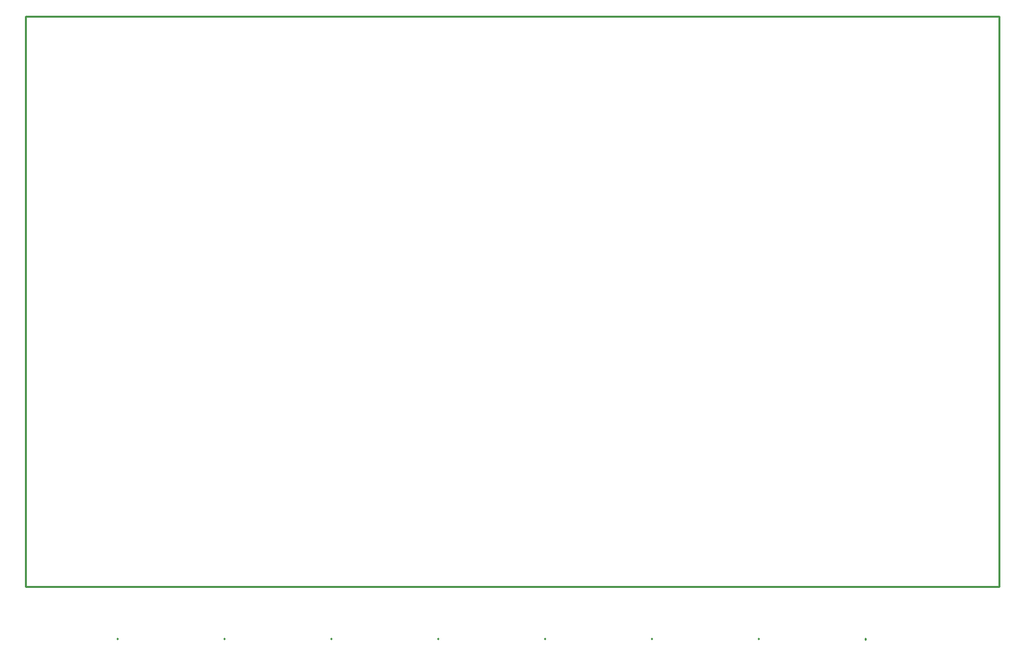
<source format=gko>
%FSLAX24Y24*%
%MOIN*%
G70*
G01*
G75*
G04 Layer_Color=16711935*
%ADD10R,0.0433X0.0394*%
%ADD11R,0.0591X0.1102*%
%ADD12R,0.0394X0.0433*%
%ADD13R,0.0709X0.0256*%
%ADD14R,0.0256X0.0709*%
%ADD15R,0.0256X0.1024*%
%ADD16R,0.1024X0.0256*%
%ADD17R,0.0276X0.0354*%
%ADD18C,0.0394*%
%ADD19R,0.0709X0.0630*%
%ADD20R,0.0354X0.0276*%
%ADD21O,0.0571X0.0098*%
%ADD22R,0.0236X0.0748*%
%ADD23R,0.1220X0.0748*%
%ADD24R,0.0276X0.0394*%
%ADD25R,0.0256X0.0157*%
%ADD26R,0.0591X0.0512*%
%ADD27R,0.0394X0.0276*%
%ADD28R,0.0276X0.0709*%
%ADD29O,0.0748X0.0236*%
%ADD30R,0.0276X0.0177*%
%ADD31R,0.0650X0.0965*%
%ADD32R,0.0177X0.0207*%
%ADD33O,0.0335X0.0118*%
%ADD34O,0.0118X0.0335*%
%ADD35R,0.0984X0.0984*%
%ADD36O,0.0098X0.0256*%
%ADD37O,0.0256X0.0098*%
%ADD38R,0.0276X0.0118*%
%ADD39R,0.0681X0.0728*%
%ADD40O,0.0402X0.0161*%
%ADD41R,0.1102X0.1102*%
%ADD42R,0.0118X0.0118*%
%ADD43R,0.0118X0.0118*%
%ADD44R,0.0866X0.1102*%
%ADD45R,0.1102X0.1102*%
%ADD46R,0.0433X0.0472*%
%ADD47C,0.0080*%
%ADD48C,0.0120*%
%ADD49C,0.0200*%
%ADD50C,0.0250*%
%ADD51C,0.0350*%
%ADD52C,0.0060*%
%ADD53C,0.0500*%
%ADD54C,0.0100*%
%ADD55C,0.0300*%
%ADD56C,0.0705*%
%ADD57C,0.0500*%
%ADD58C,0.1969*%
%ADD59C,0.1299*%
%ADD60C,0.1496*%
%ADD61R,0.0630X0.0630*%
%ADD62C,0.0630*%
%ADD63C,0.0945*%
%ADD64C,0.0200*%
%ADD65C,0.0240*%
%ADD66C,0.0400*%
%ADD67C,0.0260*%
%ADD68C,0.0160*%
%ADD69C,0.0400*%
%ADD70C,0.0750*%
%ADD71C,0.1680*%
%ADD72C,0.0770*%
%ADD73C,0.1581*%
%ADD74C,0.1109*%
%ADD75C,0.1306*%
%ADD76C,0.0762*%
%ADD77C,0.0951*%
%ADD78C,0.1069*%
%ADD79C,0.0520*%
%ADD80C,0.0600*%
%ADD81C,0.0680*%
%ADD82C,0.1778*%
%ADD83C,0.0530*%
%ADD84R,0.2205X0.0827*%
%ADD85R,0.0118X0.0276*%
%ADD86O,0.0138X0.0551*%
%ADD87C,0.0157*%
%ADD88C,0.0098*%
%ADD89C,0.0039*%
%ADD90C,0.0079*%
%ADD91C,0.0020*%
%ADD92C,0.0063*%
%ADD93C,0.0032*%
%ADD94C,0.0059*%
%ADD95R,0.0513X0.0474*%
%ADD96R,0.0671X0.1182*%
%ADD97R,0.0474X0.0513*%
%ADD98R,0.0789X0.0336*%
%ADD99R,0.0336X0.0789*%
%ADD100R,0.0336X0.1104*%
%ADD101R,0.1104X0.0336*%
%ADD102R,0.0356X0.0434*%
%ADD103C,0.0474*%
%ADD104R,0.0789X0.0710*%
%ADD105R,0.0434X0.0356*%
%ADD106O,0.0651X0.0178*%
%ADD107R,0.0316X0.0828*%
%ADD108R,0.1300X0.0828*%
%ADD109R,0.0356X0.0474*%
%ADD110R,0.0336X0.0237*%
%ADD111R,0.0671X0.0592*%
%ADD112R,0.0474X0.0356*%
%ADD113R,0.0356X0.0789*%
%ADD114O,0.0828X0.0316*%
%ADD115R,0.0356X0.0257*%
%ADD116R,0.0730X0.1045*%
%ADD117R,0.0257X0.0287*%
%ADD118O,0.0415X0.0198*%
%ADD119O,0.0198X0.0415*%
%ADD120R,0.1064X0.1064*%
%ADD121O,0.0178X0.0336*%
%ADD122O,0.0336X0.0178*%
%ADD123R,0.0356X0.0198*%
%ADD124R,0.0761X0.0808*%
%ADD125O,0.0482X0.0241*%
%ADD126R,0.1182X0.1182*%
%ADD127R,0.0198X0.0198*%
%ADD128R,0.0198X0.0198*%
%ADD129R,0.0946X0.1182*%
%ADD130R,0.1182X0.1182*%
%ADD131R,0.0513X0.0552*%
%ADD132C,0.0785*%
%ADD133C,0.0080*%
%ADD134C,0.0580*%
%ADD135C,0.2049*%
%ADD136C,0.1379*%
%ADD137C,0.1576*%
%ADD138R,0.0710X0.0710*%
%ADD139C,0.0710*%
%ADD140C,0.1025*%
%ADD141C,0.0320*%
%ADD142C,0.0480*%
%ADD143R,0.2285X0.0907*%
%ADD144R,0.0198X0.0356*%
%ADD145O,0.0218X0.0631*%
%ADD146C,0.0340*%
%ADD147C,0.0236*%
%ADD148C,0.0118*%
D54*
X-148Y-128D02*
X49360D01*
Y28917D01*
X-148D02*
X49360D01*
X-148Y-128D02*
Y28917D01*
X20833Y-2794D02*
Y-2749D01*
X15400Y-2794D02*
Y-2749D01*
X9967Y-2794D02*
Y-2749D01*
X26266Y-2794D02*
Y-2749D01*
X4534Y-2794D02*
Y-2749D01*
X37132Y-2794D02*
Y-2749D01*
X31699Y-2794D02*
Y-2749D01*
X42574Y-2800D02*
Y-2754D01*
M02*

</source>
